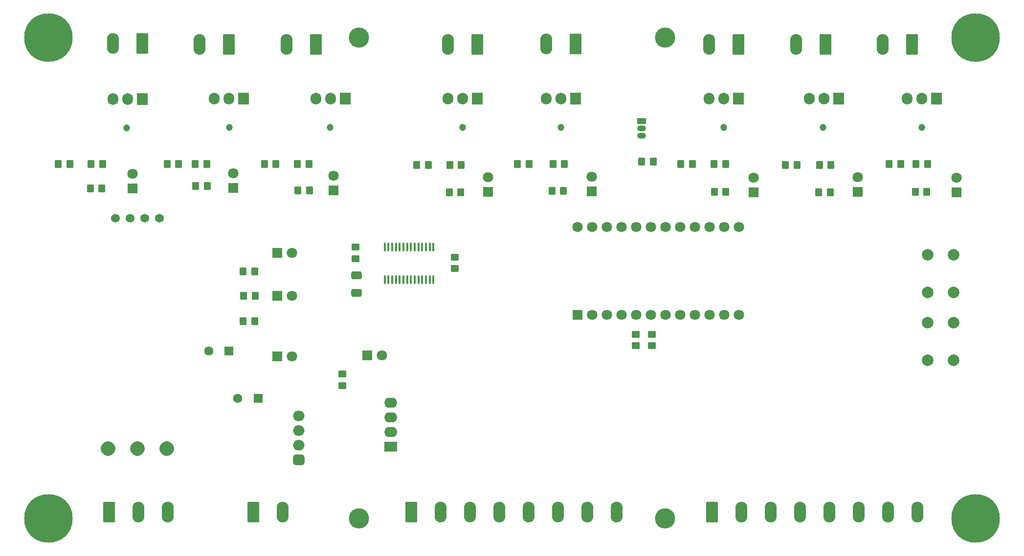
<source format=gbr>
%TF.GenerationSoftware,KiCad,Pcbnew,(6.0.1)*%
%TF.CreationDate,2022-08-22T12:04:23+03:00*%
%TF.ProjectId,lh-dimmer,6c682d64-696d-46d6-9572-2e6b69636164,rev?*%
%TF.SameCoordinates,Original*%
%TF.FileFunction,Soldermask,Bot*%
%TF.FilePolarity,Negative*%
%FSLAX46Y46*%
G04 Gerber Fmt 4.6, Leading zero omitted, Abs format (unit mm)*
G04 Created by KiCad (PCBNEW (6.0.1)) date 2022-08-22 12:04:23*
%MOMM*%
%LPD*%
G01*
G04 APERTURE LIST*
G04 Aperture macros list*
%AMRoundRect*
0 Rectangle with rounded corners*
0 $1 Rounding radius*
0 $2 $3 $4 $5 $6 $7 $8 $9 X,Y pos of 4 corners*
0 Add a 4 corners polygon primitive as box body*
4,1,4,$2,$3,$4,$5,$6,$7,$8,$9,$2,$3,0*
0 Add four circle primitives for the rounded corners*
1,1,$1+$1,$2,$3*
1,1,$1+$1,$4,$5*
1,1,$1+$1,$6,$7*
1,1,$1+$1,$8,$9*
0 Add four rect primitives between the rounded corners*
20,1,$1+$1,$2,$3,$4,$5,0*
20,1,$1+$1,$4,$5,$6,$7,0*
20,1,$1+$1,$6,$7,$8,$9,0*
20,1,$1+$1,$8,$9,$2,$3,0*%
%AMFreePoly0*
4,1,37,0.217060,1.231010,0.427525,1.174616,0.625000,1.082532,0.803485,0.957556,0.957556,0.803485,1.082532,0.625000,1.174616,0.427525,1.231010,0.217060,1.250000,0.000000,1.231010,-0.217060,1.174616,-0.427525,1.082532,-0.625000,0.957556,-0.803485,0.803485,-0.957556,0.625000,-1.082532,0.427525,-1.174616,0.217060,-1.231010,0.000000,-1.250000,-0.217060,-1.231010,-0.427525,-1.174616,
-0.625000,-1.082532,-0.803485,-0.957556,-0.957556,-0.803485,-1.082532,-0.625000,-1.174616,-0.427525,-1.231010,-0.217060,-1.250000,0.000000,-1.231010,0.217060,-1.174616,0.427525,-1.082532,0.625000,-0.957556,0.803485,-0.803485,0.957556,-0.625000,1.082532,-0.427525,1.174616,-0.217060,1.231010,0.000000,1.250000,0.217060,1.231010,0.217060,1.231010,$1*%
G04 Aperture macros list end*
%ADD10R,1.800000X1.800000*%
%ADD11C,1.800000*%
%ADD12R,1.600000X1.600000*%
%ADD13C,1.600000*%
%ADD14C,8.400000*%
%ADD15RoundRect,0.249999X0.790001X1.550001X-0.790001X1.550001X-0.790001X-1.550001X0.790001X-1.550001X0*%
%ADD16O,2.080000X3.600000*%
%ADD17RoundRect,0.249999X-0.790001X-1.550001X0.790001X-1.550001X0.790001X1.550001X-0.790001X1.550001X0*%
%ADD18C,3.500000*%
%ADD19C,1.200000*%
%ADD20R,1.905000X2.000000*%
%ADD21O,1.905000X2.000000*%
%ADD22R,2.250000X1.750000*%
%ADD23O,2.250000X1.750000*%
%ADD24R,1.500000X1.050000*%
%ADD25O,1.500000X1.050000*%
%ADD26C,2.000000*%
%ADD27RoundRect,0.450000X0.550000X-0.450000X0.550000X0.450000X-0.550000X0.450000X-0.550000X-0.450000X0*%
%ADD28O,2.000000X1.800000*%
%ADD29C,1.524000*%
%ADD30FreePoly0,90.000000*%
%ADD31RoundRect,0.250000X-0.350000X-0.450000X0.350000X-0.450000X0.350000X0.450000X-0.350000X0.450000X0*%
%ADD32RoundRect,0.250000X-0.450000X0.350000X-0.450000X-0.350000X0.450000X-0.350000X0.450000X0.350000X0*%
%ADD33RoundRect,0.250000X0.450000X-0.350000X0.450000X0.350000X-0.450000X0.350000X-0.450000X-0.350000X0*%
%ADD34RoundRect,0.100000X-0.100000X0.637500X-0.100000X-0.637500X0.100000X-0.637500X0.100000X0.637500X0*%
%ADD35RoundRect,0.250000X-0.650000X0.412500X-0.650000X-0.412500X0.650000X-0.412500X0.650000X0.412500X0*%
G04 APERTURE END LIST*
D10*
%TO.C,D5*%
X96300000Y-97400000D03*
D11*
X98840000Y-97400000D03*
%TD*%
D12*
%TO.C,C2*%
X87977651Y-96525000D03*
D13*
X84477651Y-96525000D03*
%TD*%
D14*
%TO.C,*%
X56750000Y-125550000D03*
%TD*%
D15*
%TO.C,J9*%
X191225000Y-43275000D03*
D16*
X186145000Y-43275000D03*
%TD*%
D15*
%TO.C,J6*%
X131000000Y-43300000D03*
D16*
X125920000Y-43300000D03*
%TD*%
D17*
%TO.C,J2*%
X67200000Y-124390000D03*
D16*
X72280000Y-124390000D03*
X77360000Y-124390000D03*
%TD*%
D18*
%TO.C,*%
X163500000Y-125550000D03*
%TD*%
D19*
%TO.C,HS5*%
X145415000Y-57717500D03*
%TD*%
D10*
%TO.C,D27*%
X213950000Y-68990000D03*
D11*
X213950000Y-66450000D03*
%TD*%
D18*
%TO.C,*%
X163500000Y-42100000D03*
%TD*%
D20*
%TO.C,Q1*%
X72925000Y-52775000D03*
D21*
X70385000Y-52775000D03*
X67845000Y-52775000D03*
%TD*%
D12*
%TO.C,C1*%
X93000000Y-104690000D03*
D13*
X89500000Y-104690000D03*
%TD*%
D17*
%TO.C,J1*%
X92200000Y-124390000D03*
D16*
X97280000Y-124390000D03*
%TD*%
D10*
%TO.C,D20*%
X71250000Y-68290000D03*
D11*
X71250000Y-65750000D03*
%TD*%
D10*
%TO.C,D4*%
X96325000Y-79490000D03*
D11*
X98865000Y-79490000D03*
%TD*%
D10*
%TO.C,D3*%
X96300000Y-86890000D03*
D11*
X98840000Y-86890000D03*
%TD*%
D22*
%TO.C,PS1*%
X116000000Y-113090000D03*
D23*
X116000000Y-110550000D03*
X116000000Y-108010000D03*
X116000000Y-105470000D03*
%TD*%
D15*
%TO.C,J3*%
X72925000Y-43175000D03*
D16*
X67845000Y-43175000D03*
%TD*%
D18*
%TO.C,*%
X110500000Y-42100000D03*
%TD*%
D19*
%TO.C,HS3*%
X105450000Y-57717500D03*
%TD*%
%TO.C,HS8*%
X207915000Y-57717500D03*
%TD*%
D20*
%TO.C,Q5*%
X148000000Y-52690000D03*
D21*
X145460000Y-52690000D03*
X142920000Y-52690000D03*
%TD*%
D10*
%TO.C,D21*%
X88675000Y-68225000D03*
D11*
X88675000Y-65685000D03*
%TD*%
D14*
%TO.C,REF\u002A\u002A*%
X56750000Y-42100000D03*
%TD*%
D20*
%TO.C,Q3*%
X108125000Y-52675000D03*
D21*
X105585000Y-52675000D03*
X103045000Y-52675000D03*
%TD*%
D10*
%TO.C,D24*%
X150775000Y-68775000D03*
D11*
X150775000Y-66235000D03*
%TD*%
D18*
%TO.C,*%
X110500000Y-125550000D03*
%TD*%
D15*
%TO.C,J4*%
X87925000Y-43275000D03*
D16*
X82845000Y-43275000D03*
%TD*%
D15*
%TO.C,J5*%
X103000000Y-43290000D03*
D16*
X97920000Y-43290000D03*
%TD*%
D20*
%TO.C,Q4*%
X131000000Y-52690000D03*
D21*
X128460000Y-52690000D03*
X125920000Y-52690000D03*
%TD*%
D20*
%TO.C,Q7*%
X193500000Y-52690000D03*
D21*
X190960000Y-52690000D03*
X188420000Y-52690000D03*
%TD*%
D10*
%TO.C,D23*%
X132800000Y-68925000D03*
D11*
X132800000Y-66385000D03*
%TD*%
D20*
%TO.C,Q2*%
X90525000Y-52675000D03*
D21*
X87985000Y-52675000D03*
X85445000Y-52675000D03*
%TD*%
D10*
%TO.C,D25*%
X178800000Y-68950000D03*
D11*
X178800000Y-66410000D03*
%TD*%
D10*
%TO.C,D26*%
X196825000Y-68925000D03*
D11*
X196825000Y-66385000D03*
%TD*%
D20*
%TO.C,Q8*%
X210500000Y-52690000D03*
D21*
X207960000Y-52690000D03*
X205420000Y-52690000D03*
%TD*%
D10*
%TO.C,D22*%
X106100000Y-68600000D03*
D11*
X106100000Y-66060000D03*
%TD*%
D10*
%TO.C,D2*%
X111925000Y-97290000D03*
D11*
X114465000Y-97290000D03*
%TD*%
D24*
%TO.C,U20*%
X159450000Y-56590000D03*
D25*
X159450000Y-57860000D03*
X159450000Y-59130000D03*
%TD*%
D19*
%TO.C,HS4*%
X128415000Y-57717500D03*
%TD*%
D15*
%TO.C,J7*%
X148000000Y-43267500D03*
D16*
X142920000Y-43267500D03*
%TD*%
D14*
%TO.C,REF\u002A\u002A*%
X217250000Y-42100000D03*
%TD*%
D26*
%TO.C,SW2*%
X208950000Y-91590000D03*
X208950000Y-98090000D03*
X213450000Y-98090000D03*
X213450000Y-91590000D03*
%TD*%
D15*
%TO.C,J10*%
X206225000Y-43275000D03*
D16*
X201145000Y-43275000D03*
%TD*%
D19*
%TO.C,HS7*%
X190815000Y-57717500D03*
%TD*%
D17*
%TO.C,J11*%
X171600000Y-124390000D03*
D16*
X176680000Y-124390000D03*
X181760000Y-124390000D03*
X186840000Y-124390000D03*
X191920000Y-124390000D03*
X197000000Y-124390000D03*
X202080000Y-124390000D03*
X207160000Y-124390000D03*
%TD*%
D19*
%TO.C,HS2*%
X88050000Y-57717500D03*
%TD*%
%TO.C,HS6*%
X173615000Y-57717500D03*
%TD*%
D20*
%TO.C,Q6*%
X176200000Y-52690000D03*
D21*
X173660000Y-52690000D03*
X171120000Y-52690000D03*
%TD*%
D15*
%TO.C,J8*%
X176200000Y-43290000D03*
D16*
X171120000Y-43290000D03*
%TD*%
D14*
%TO.C,REF\u002A\u002A*%
X217250000Y-125550000D03*
%TD*%
D17*
%TO.C,J12*%
X119500000Y-124390000D03*
D16*
X124580000Y-124390000D03*
X129660000Y-124390000D03*
X134740000Y-124390000D03*
X139820000Y-124390000D03*
X144900000Y-124390000D03*
X149980000Y-124390000D03*
X155060000Y-124390000D03*
%TD*%
D26*
%TO.C,SW1*%
X208950000Y-79790000D03*
X208950000Y-86290000D03*
X213450000Y-79790000D03*
X213450000Y-86290000D03*
%TD*%
D27*
%TO.C,U3*%
X100100000Y-115400000D03*
D28*
X100100000Y-112860000D03*
X100100000Y-110320000D03*
X100100000Y-107780000D03*
%TD*%
D29*
%TO.C,U1*%
X75955000Y-73435000D03*
X73415000Y-73435000D03*
X70875000Y-73435000D03*
X68335000Y-73435000D03*
D30*
X77235000Y-113435000D03*
X72155000Y-113435000D03*
X67075000Y-113435000D03*
%TD*%
D19*
%TO.C,HS1*%
X70250000Y-57762500D03*
%TD*%
D10*
%TO.C,U2*%
X148330000Y-90210000D03*
D11*
X150870000Y-90210000D03*
X153410000Y-90210000D03*
X155950000Y-90210000D03*
X158490000Y-90210000D03*
X161030000Y-90210000D03*
X163570000Y-90210000D03*
X166110000Y-90210000D03*
X168650000Y-90210000D03*
X171190000Y-90210000D03*
X173730000Y-90210000D03*
X176270000Y-90210000D03*
X176270000Y-74970000D03*
X173730000Y-74970000D03*
X171190000Y-74970000D03*
X168650000Y-74970000D03*
X166110000Y-74970000D03*
X163570000Y-74970000D03*
X161030000Y-74970000D03*
X158490000Y-74970000D03*
X155950000Y-74970000D03*
X153410000Y-74970000D03*
X150870000Y-74970000D03*
X148330000Y-74970000D03*
%TD*%
D31*
%TO.C,R6*%
X90400000Y-82690000D03*
X92400000Y-82690000D03*
%TD*%
%TO.C,R38*%
X82200000Y-67890000D03*
X84200000Y-67890000D03*
%TD*%
D32*
%TO.C,R2*%
X127100000Y-80190000D03*
X127100000Y-82190000D03*
%TD*%
D31*
%TO.C,R61*%
X159450000Y-63640000D03*
X161450000Y-63640000D03*
%TD*%
D33*
%TO.C,R3*%
X161200000Y-95590000D03*
X161200000Y-93590000D03*
%TD*%
D31*
%TO.C,R29*%
X137900000Y-64090000D03*
X139900000Y-64090000D03*
%TD*%
%TO.C,R5*%
X90500000Y-86890000D03*
X92500000Y-86890000D03*
%TD*%
%TO.C,R57*%
X190100000Y-68990000D03*
X192100000Y-68990000D03*
%TD*%
%TO.C,R20*%
X64100000Y-64090000D03*
X66100000Y-64090000D03*
%TD*%
%TO.C,R40*%
X99900000Y-68590000D03*
X101900000Y-68590000D03*
%TD*%
%TO.C,R59*%
X206800000Y-68890000D03*
X208800000Y-68890000D03*
%TD*%
%TO.C,R58*%
X126100000Y-68990000D03*
X128100000Y-68990000D03*
%TD*%
%TO.C,R27*%
X120500000Y-64190000D03*
X122500000Y-64190000D03*
%TD*%
D33*
%TO.C,R1*%
X107600000Y-102490000D03*
X107600000Y-100490000D03*
%TD*%
D31*
%TO.C,R33*%
X184300000Y-64190000D03*
X186300000Y-64190000D03*
%TD*%
%TO.C,R28*%
X144050000Y-64090000D03*
X146050000Y-64090000D03*
%TD*%
%TO.C,R30*%
X171950000Y-64090000D03*
X173950000Y-64090000D03*
%TD*%
%TO.C,R32*%
X190200000Y-64190000D03*
X192200000Y-64190000D03*
%TD*%
D33*
%TO.C,R7*%
X109850000Y-80490000D03*
X109850000Y-78490000D03*
%TD*%
D31*
%TO.C,R31*%
X166200000Y-64090000D03*
X168200000Y-64090000D03*
%TD*%
%TO.C,R24*%
X99800000Y-64090000D03*
X101800000Y-64090000D03*
%TD*%
%TO.C,R37*%
X143900000Y-68690000D03*
X145900000Y-68690000D03*
%TD*%
D34*
%TO.C,U4*%
X114930000Y-78412500D03*
X115580000Y-78412500D03*
X116230000Y-78412500D03*
X116880000Y-78412500D03*
X117530000Y-78412500D03*
X118180000Y-78412500D03*
X118830000Y-78412500D03*
X119480000Y-78412500D03*
X120130000Y-78412500D03*
X120780000Y-78412500D03*
X121430000Y-78412500D03*
X122080000Y-78412500D03*
X122730000Y-78412500D03*
X123380000Y-78412500D03*
X123380000Y-84137500D03*
X122730000Y-84137500D03*
X122080000Y-84137500D03*
X121430000Y-84137500D03*
X120780000Y-84137500D03*
X120130000Y-84137500D03*
X119480000Y-84137500D03*
X118830000Y-84137500D03*
X118180000Y-84137500D03*
X117530000Y-84137500D03*
X116880000Y-84137500D03*
X116230000Y-84137500D03*
X115580000Y-84137500D03*
X114930000Y-84137500D03*
%TD*%
D31*
%TO.C,R39*%
X172000000Y-68890000D03*
X174000000Y-68890000D03*
%TD*%
%TO.C,R34*%
X206900000Y-64090000D03*
X208900000Y-64090000D03*
%TD*%
%TO.C,R22*%
X82100000Y-64090000D03*
X84100000Y-64090000D03*
%TD*%
%TO.C,R60*%
X90400000Y-91290000D03*
X92400000Y-91290000D03*
%TD*%
%TO.C,R36*%
X63950000Y-68290000D03*
X65950000Y-68290000D03*
%TD*%
%TO.C,R21*%
X58400000Y-64090000D03*
X60400000Y-64090000D03*
%TD*%
D33*
%TO.C,R4*%
X158400000Y-95590000D03*
X158400000Y-93590000D03*
%TD*%
D35*
%TO.C,C4*%
X110050000Y-83327500D03*
X110050000Y-86452500D03*
%TD*%
D31*
%TO.C,R23*%
X77250000Y-64090000D03*
X79250000Y-64090000D03*
%TD*%
%TO.C,R35*%
X202250000Y-64090000D03*
X204250000Y-64090000D03*
%TD*%
%TO.C,R25*%
X94100000Y-64090000D03*
X96100000Y-64090000D03*
%TD*%
%TO.C,R26*%
X126200000Y-64190000D03*
X128200000Y-64190000D03*
%TD*%
M02*

</source>
